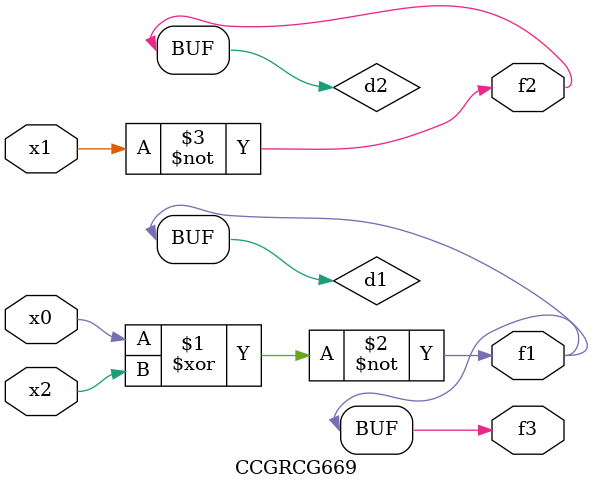
<source format=v>
module CCGRCG669(
	input x0, x1, x2,
	output f1, f2, f3
);

	wire d1, d2, d3;

	xnor (d1, x0, x2);
	nand (d2, x1);
	nor (d3, x1, x2);
	assign f1 = d1;
	assign f2 = d2;
	assign f3 = d1;
endmodule

</source>
